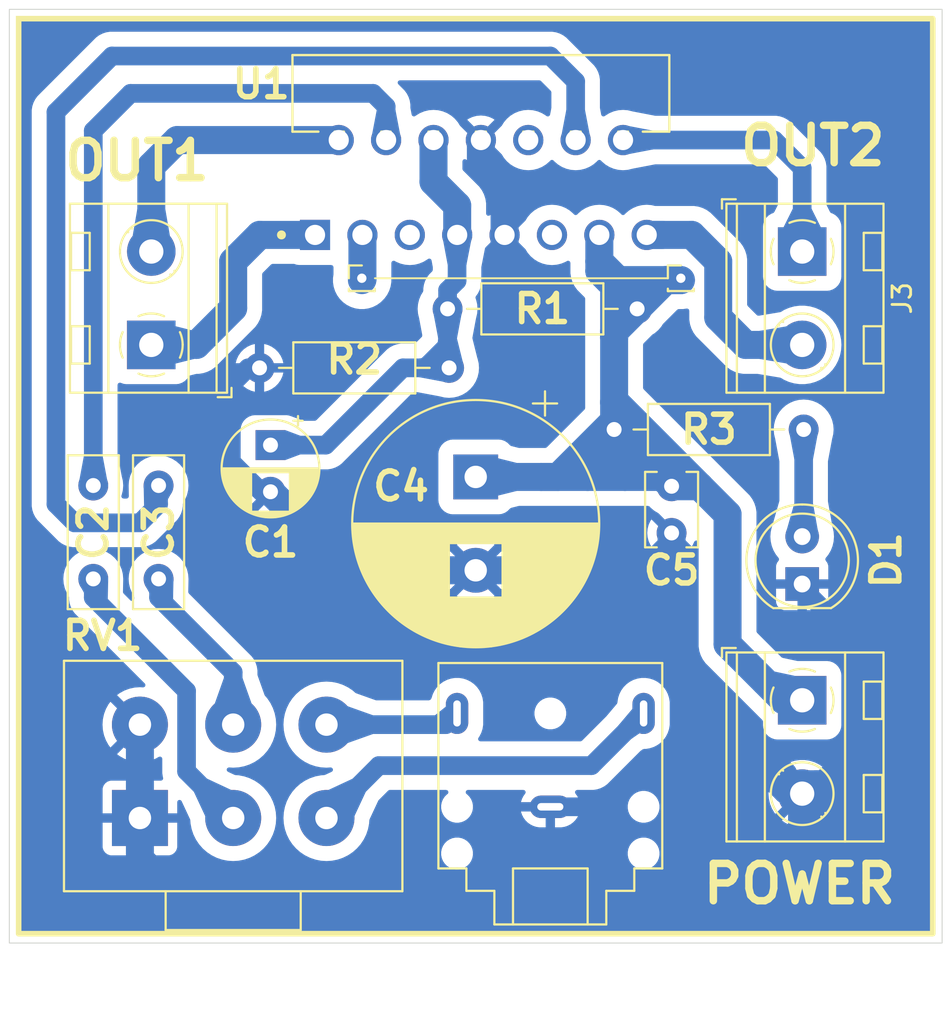
<source format=kicad_pcb>
(kicad_pcb (version 20240108) (generator "pcbnew") (generator_version "8.0")
  (title_block (title "TDA7279 Audio Amplifier") (date "2024-06-17") (rev "V.1.0.0") (company "Nepatronix Engineering Solutions, Nepal") (comment 1 "TDA7279 Audio Amplifier") (comment 2 "Designer: BIBEK KUMAR GANESH"))
  (layers (0 "F.Cu" signal) (31 "B.Cu" signal) (34 "B.Paste" user) (35 "F.Paste" user) (36 "B.SilkS" user "B.Silkscreen") (37 "F.SilkS" user "F.Silkscreen") (38 "B.Mask" user) (39 "F.Mask" user) (44 "Edge.Cuts" user))
  (net 0 "")
  (net 1 "GND")
  (net 2 "Net-(U1-MUTE)")
  (net 3 "Net-(U1-IN1)")
  (net 4 "/IN1")
  (net 5 "Net-(U1-IN2)")
  (net 6 "/IN2")
  (net 7 "+12V")
  (net 8 "Net-(D1-A)")
  (net 9 "Net-(J2-Pin_1)")
  (net 10 "Net-(J2-Pin_2)")
  (net 11 "Net-(J3-Pin_2)")
  (net 12 "Net-(J3-Pin_1)")
  (net 13 "/L")
  (net 14 "/R")
  (net 15 "Net-(J5-Pin_1)")
  (footprint "Resistor_THT:R_Axial_DIN0207_L6.3mm_D2.5mm_P10.16mm_Horizontal" (layer "F.Cu") (at 133.42 113.5)
    (property "Reference" "R3" (at 5.08 0 0) (layer "F.SilkS") (effects (font (size 1.5 1.5) (thickness 0.3))))
    (property "Value" "1K5")
    (pad "1" thru_hole circle (at 0 0) (size 1.6 1.6) (drill 0.8) (layers "*.Cu" "*.Mask") (net 7 "+12V"))
    (pad "2" thru_hole oval (at 10.16 0) (size 1.6 1.6) (drill 0.8) (layers "*.Cu" "*.Mask") (net 8 "Net-(D1-A)"))
  )
  (footprint "TerminalBlock_MetzConnect:TerminalBlock_MetzConnect_Type094_RT03502HBLU_1x02_P5.00mm_Horizontal" (layer "F.Cu") (at 143.5 128 -90)
    (property "Reference" "J1" (hide yes))
    (property "Value" "Screw_Terminal_01x02")
    (pad "1" thru_hole rect (at 0 0 270) (size 2.6 2.6) (drill 1.3) (layers "*.Cu" "*.Mask") (net 7 "+12V"))
    (pad "2" thru_hole circle (at 5 0 270) (size 2.6 2.6) (drill 1.3) (layers "*.Cu" "*.Mask") (net 1 "GND"))
  )
  (footprint "Resistor_THT:R_Axial_DIN0207_L6.3mm_D2.5mm_P10.16mm_Horizontal" (layer "F.Cu") (at 124.5725 110.2 180)
    (property "Reference" "R2" (at 5.08 0.46 180) (layer "F.SilkS") (effects (font (size 1.5 1.5) (thickness 0.3))))
    (property "Value" "47K")
    (pad "1" thru_hole circle (at 0 0 180) (size 1.6 1.6) (drill 0.8) (layers "*.Cu" "*.Mask") (net 2 "Net-(U1-MUTE)"))
    (pad "2" thru_hole oval (at 10.16 0 180) (size 1.6 1.6) (drill 0.8) (layers "*.Cu" "*.Mask") (net 1 "GND"))
  )
  (footprint "TDA7297:TO127P2020X500X2100-15" (layer "F.Cu") (at 117.3875 103.08)
    (property "Reference" "U1" (at -2.8875 -8.08 0) (layer "F.SilkS") (effects (font (size 1.5 1.5) (thickness 0.3))))
    (property "Value" "TDA7297")
    (pad "1" thru_hole rect (at 0 0) (size 1.62 1.62) (drill 1.08) (layers "*.Cu" "*.Mask") (net 9 "Net-(J2-Pin_1)"))
    (pad "2" thru_hole circle (at 1.27 -5.08) (size 1.62 1.62) (drill 1.08) (layers "*.Cu" "*.Mask") (net 10 "Net-(J2-Pin_2)"))
    (pad "3" thru_hole circle (at 2.54 0) (size 1.62 1.62) (drill 1.08) (layers "*.Cu" "*.Mask") (net 15 "Net-(J5-Pin_1)"))
    (pad "4" thru_hole circle (at 3.81 -5.08) (size 1.62 1.62) (drill 1.08) (layers "*.Cu" "*.Mask") (net 3 "Net-(U1-IN1)"))
    (pad "5" thru_hole circle (at 5.08 0) (size 1.62 1.62) (drill 1.08) (layers "*.Cu" "*.Mask"))
    (pad "6" thru_hole circle (at 6.35 -5.08) (size 1.62 1.62) (drill 1.08) (layers "*.Cu" "*.Mask") (net 2 "Net-(U1-MUTE)"))
    (pad "7" thru_hole circle (at 7.62 0) (size 1.62 1.62) (drill 1.08) (layers "*.Cu" "*.Mask") (net 2 "Net-(U1-MUTE)"))
    (pad "8" thru_hole circle (at 8.89 -5.08) (size 1.62 1.62) (drill 1.08) (layers "*.Cu" "*.Mask") (net 1 "GND"))
    (pad "9" thru_hole circle (at 10.16 0) (size 1.62 1.62) (drill 1.08) (layers "*.Cu" "*.Mask") (net 1 "GND"))
    (pad "10" thru_hole circle (at 11.43 -5.08) (size 1.62 1.62) (drill 1.08) (layers "*.Cu" "*.Mask"))
    (pad "11" thru_hole circle (at 12.7 0) (size 1.62 1.62) (drill 1.08) (layers "*.Cu" "*.Mask"))
    (pad "12" thru_hole circle (at 13.97 -5.08) (size 1.62 1.62) (drill 1.08) (layers "*.Cu" "*.Mask") (net 5 "Net-(U1-IN2)"))
    (pad "13" thru_hole circle (at 15.24 0) (size 1.62 1.62) (drill 1.08) (layers "*.Cu" "*.Mask") (net 7 "+12V"))
    (pad "14" thru_hole circle (at 16.51 -5.08) (size 1.62 1.62) (drill 1.08) (layers "*.Cu" "*.Mask") (net 12 "Net-(J3-Pin_1)"))
    (pad "15" thru_hole circle (at 17.78 0) (size 1.62 1.62) (drill 1.08) (layers "*.Cu" "*.Mask") (net 11 "Net-(J3-Pin_2)"))
  )
  (footprint "Potentiometer_THT:Potentiometer_Alps_RK163_Dual_Horizontal" (layer "F.Cu") (at 108 134.305 90)
    (property "Reference" "RV1" (at 9.765 -2 0) (layer "F.SilkS") (effects (font (size 1.5 1.5) (thickness 0.3))))
    (property "Value" "Potentiometer_Dual_Separate")
    (pad "1" thru_hole rect (at 0 0 270) (size 3 3) (drill 1.2) (layers "*.Cu" "*.Mask") (net 1 "GND"))
    (pad "2" thru_hole circle (at 0 5 270) (size 3 3) (drill 1.2) (layers "*.Cu" "*.Mask") (net 4 "/IN1"))
    (pad "3" thru_hole circle (at 0 10 270) (size 3 3) (drill 1.2) (layers "*.Cu" "*.Mask") (net 13 "/L"))
    (pad "4" thru_hole circle (at 5 0 270) (size 3 3) (drill 1.2) (layers "*.Cu" "*.Mask") (net 1 "GND"))
    (pad "5" thru_hole circle (at 5 5 270) (size 3 3) (drill 1.2) (layers "*.Cu" "*.Mask") (net 6 "/IN2"))
    (pad "6" thru_hole circle (at 5 10 270) (size 3 3) (drill 1.2) (layers "*.Cu" "*.Mask") (net 14 "/R"))
  )
  (footprint "Connector_PinHeader_1.00mm:PinHeader_1x01_P1.00mm_Vertical" (layer "F.Cu") (at 136.995 105.4)
    (property "Reference" "J6" (hide yes))
    (property "Value" "Conn_01x01" (hide yes))
    (pad "1" thru_hole rect (at 0 0) (size 0.85 0.85) (drill 0.5) (layers "*.Cu" "*.Mask") (net 7 "+12V"))
  )
  (footprint "Connector_PinHeader_1.00mm:PinHeader_1x01_P1.00mm_Vertical" (layer "F.Cu") (at 119.895 105.4)
    (property "Reference" "J5" (hide yes))
    (property "Value" "Conn_01x01" (hide yes))
    (pad "1" thru_hole rect (at 0 0) (size 0.85 0.85) (drill 0.5) (layers "*.Cu" "*.Mask") (net 15 "Net-(J5-Pin_1)"))
  )
  (footprint "LED_THT:LED_D5.0mm" (layer "F.Cu") (at 143.5 121.775 90)
    (property "Reference" "D1" (at 1.275 4.5 90) (layer "F.SilkS") (effects (font (size 1.5 1.5) (thickness 0.3))))
    (property "Value" "LED")
    (pad "1" thru_hole rect (at 0 0 90) (size 1.8 1.8) (drill 0.9) (layers "*.Cu" "*.Mask") (net 1 "GND"))
    (pad "2" thru_hole circle (at 2.54 0 90) (size 1.8 1.8) (drill 0.9) (layers "*.Cu" "*.Mask") (net 8 "Net-(D1-A)"))
  )
  (footprint "Capacitor_THT:C_Disc_D8.0mm_W2.5mm_P5.00mm" (layer "F.Cu") (at 105.5 121.5 90)
    (property "Reference" "C2" (at 2.5 0 -90) (layer "F.SilkS") (effects (font (size 1.5 1.5) (thickness 0.3))))
    (property "Value" "220nF")
    (pad "1" thru_hole circle (at 0 0 90) (size 1.6 1.6) (drill 0.8) (layers "*.Cu" "*.Mask") (net 4 "/IN1"))
    (pad "2" thru_hole circle (at 5 0 90) (size 1.6 1.6) (drill 0.8) (layers "*.Cu" "*.Mask") (net 3 "Net-(U1-IN1)"))
  )
  (footprint "Resistor_THT:R_Axial_DIN0207_L6.3mm_D2.5mm_P10.16mm_Horizontal" (layer "F.Cu") (at 134.6525 107.04 180)
    (property "Reference" "R1" (at 5.08 0 180) (layer "F.SilkS") (effects (font (size 1.5 1.5) (thickness 0.3))))
    (property "Value" "47K")
    (pad "1" thru_hole circle (at 0 0 180) (size 1.6 1.6) (drill 0.8) (layers "*.Cu" "*.Mask") (net 7 "+12V"))
    (pad "2" thru_hole oval (at 10.16 0 180) (size 1.6 1.6) (drill 0.8) (layers "*.Cu" "*.Mask") (net 2 "Net-(U1-MUTE)"))
  )
  (footprint "TerminalBlock_MetzConnect:TerminalBlock_MetzConnect_Type094_RT03502HBLU_1x02_P5.00mm_Horizontal" (layer "F.Cu") (at 108.61 108.97 90)
    (property "Reference" "J2" (hide yes))
    (property "Value" "Screw_Terminal_01x02")
    (pad "1" thru_hole rect (at 0 0 90) (size 2.6 2.6) (drill 1.3) (layers "*.Cu" "*.Mask") (net 9 "Net-(J2-Pin_1)"))
    (pad "2" thru_hole circle (at 5 0 90) (size 2.6 2.6) (drill 1.3) (layers "*.Cu" "*.Mask") (net 10 "Net-(J2-Pin_2)"))
  )
  (footprint "Capacitor_THT:CP_Radial_D13.0mm_P5.00mm" (layer "F.Cu") (at 126 116.04 -90)
    (property "Reference" "C4" (at 0.5 4 180) (layer "F.SilkS") (effects (font (size 1.5 1.5) (thickness 0.3))))
    (property "Value" "470uF")
    (pad "1" thru_hole rect (at 0 0 270) (size 2.4 2.4) (drill 1.2) (layers "*.Cu" "*.Mask") (net 7 "+12V"))
    (pad "2" thru_hole circle (at 5 0 270) (size 2.4 2.4) (drill 1.2) (layers "*.Cu" "*.Mask") (net 1 "GND"))
  )
  (footprint "Capacitor_THT:C_Disc_D3.8mm_W2.6mm_P2.50mm" (layer "F.Cu") (at 136.5 116.54 -90)
    (property "Reference" "C5" (at 4.5 0 180) (layer "F.SilkS") (effects (font (size 1.5 1.5) (thickness 0.3))))
    (property "Value" "100nF")
    (pad "1" thru_hole circle (at 0 0 270) (size 1.6 1.6) (drill 0.8) (layers "*.Cu" "*.Mask") (net 7 "+12V"))
    (pad "2" thru_hole circle (at 2.5 0 270) (size 1.6 1.6) (drill 0.8) (layers "*.Cu" "*.Mask") (net 1 "GND"))
  )
  (footprint "Connector_Audio:Jack_3.5mm_CUI_SJ1-3523N_Horizontal" (layer "F.Cu") (at 130 133.705)
    (property "Reference" "J4" (hide yes))
    (property "Value" "AudioJack3")
    (pad "" np_thru_hole circle (at -5 0) (size 1.2 1.2) (drill 1.2) (layers "F&B.Cu" "*.Mask"))
    (pad "" np_thru_hole circle (at -5 2.5) (size 1.2 1.2) (drill 1.2) (layers "F&B.Cu" "*.Mask"))
    (pad "" np_thru_hole circle (at 0 -5) (size 1.2 1.2) (drill 1.2) (layers "F&B.Cu" "*.Mask"))
    (pad "" np_thru_hole circle (at 5 0) (size 1.2 1.2) (drill 1.2) (layers "F&B.Cu" "*.Mask"))
    (pad "" np_thru_hole circle (at 5 2.5) (size 1.2 1.2) (drill 1.2) (layers "F&B.Cu" "*.Mask"))
    (pad "R" thru_hole oval (at -5 -5) (size 1.2 2.2) (drill oval 0.4 1.4) (layers "*.Cu" "*.Mask") (net 14 "/R"))
    (pad "S" thru_hole oval (at 0 0) (size 2.2 1.2) (drill oval 1.4 0.4) (layers "*.Cu" "*.Mask") (net 1 "GND"))
    (pad "T" thru_hole oval (at 5 -5 180) (size 1.2 2.2) (drill oval 0.4 1.4) (layers "*.Cu" "*.Mask") (net 13 "/L"))
  )
  (footprint "Capacitor_THT:CP_Radial_D5.0mm_P2.50mm" (layer "F.Cu") (at 115 114.334888 -90)
    (property "Reference" "C1" (at 5.205112 0 180) (layer "F.SilkS") (effects (font (size 1.5 1.5) (thickness 0.3))))
    (property "Value" "10uF")
    (pad "1" thru_hole rect (at 0 0 270) (size 1.6 1.6) (drill 0.8) (layers "*.Cu" "*.Mask") (net 2 "Net-(U1-MUTE)"))
    (pad "2" thru_hole circle (at 2.5 0 270) (size 1.6 1.6) (drill 0.8) (layers "*.Cu" "*.Mask") (net 1 "GND"))
  )
  (footprint "Capacitor_THT:C_Disc_D8.0mm_W2.5mm_P5.00mm" (layer "F.Cu") (at 109 121.5 90)
    (property "Reference" "C3" (at 2.5 0 -90) (layer "F.SilkS") (effects (font (size 1.5 1.5) (thickness 0.3))))
    (property "Value" "220nF")
    (pad "1" thru_hole circle (at 0 0 90) (size 1.6 1.6) (drill 0.8) (layers "*.Cu" "*.Mask") (net 6 "/IN2"))
    (pad "2" thru_hole circle (at 5 0 90) (size 1.6 1.6) (drill 0.8) (layers "*.Cu" "*.Mask") (net 5 "Net-(U1-IN2)"))
  )
  (footprint "TerminalBlock_MetzConnect:TerminalBlock_MetzConnect_Type094_RT03502HBLU_1x02_P5.00mm_Horizontal" (layer "F.Cu") (at 143.5 103.97 -90)
    (property "Reference" "J3" (at 2.5 -5.36 90) (layer "F.SilkS"))
    (property "Value" "Screw_Terminal_01x02")
    (pad "1" thru_hole rect (at 0 0 270) (size 2.6 2.6) (drill 1.3) (layers "*.Cu" "*.Mask") (net 12 "Net-(J3-Pin_1)"))
    (pad "2" thru_hole circle (at 5 0 270) (size 2.6 2.6) (drill 1.3) (layers "*.Cu" "*.Mask") (net 11 "Net-(J3-Pin_2)"))
  )
  (gr_rect (start 101.5 91.5) (end 150.5 140.5) (stroke (width 0.3)) (fill none) (layer "F.SilkS"))
  (gr_line (start 120.595 105.4) (end 136.3 105.4) (stroke (width 0.1)) (layer "F.SilkS"))
  (gr_rect (start 101 91) (end 151 141) (stroke (width 0.05)) (fill none) (layer "Edge.Cuts"))
  (gr_text "OUT2\n\n" (at 140 102.695028 0) (layer "F.SilkS") (effects (font (size 2 2) (thickness 0.4) (bold yes)) (justify left bottom)))
  (gr_text "POWER\n" (at 138 139 0) (layer "F.SilkS") (effects (font (size 2 2) (thickness 0.4) (bold yes)) (justify left bottom)))
  (gr_text "OUT1\n" (at 103.775 100.280112 0) (layer "F.SilkS") (effects (font (size 2 2) (thickness 0.4) (bold yes)) (justify left bottom)))
  (segment (start 145.25 133.75) (end 145.25 133.25) (width 1) (layer "B.Cu") (net 1))
  (segment (start 126.04 113) (end 123.54 113) (width 1.5) (layer "B.Cu") (net 1))
  (segment (start 145.5 133) (end 145.25 132.75) (width 1) (layer "B.Cu") (net 1))
  (segment (start 146.5 125) (end 146.5 131) (width 1) (layer "B.Cu") (net 1))
  (segment (start 108 136.5) (end 110.955 139.455) (width 1.5) (layer "B.Cu") (net 1))
  (segment (start 139 132) (end 140 132) (width 1) (layer "B.Cu") (net 1))
  (segment (start 140 132) (end 140.5 132) (width 1) (layer "B.Cu") (net 1))
  (segment (start 140.045 139.455) (end 143 136.5) (width 1.5) (layer "B.Cu") (net 1))
  (segment (start 136.5 126) (end 139.75 129.25) (width 1.5) (layer "B.Cu") (net 1))
  (segment (start 145.75 133.75) (end 145.25 133.25) (width 1) (layer "B.Cu") (net 1))
  (segment (start 135.5 121) (end 136.5 120) (width 1.5) (layer "B.Cu") (net 1))
  (segment (start 124 121.04) (end 126 121.04) (width 1.5) (layer "B.Cu") (net 1))
  (segment (start 145.25 132.25) (end 146.5 131) (width 1) (layer "B.Cu") (net 1))
  (segment (start 122 118.04) (end 122 120.54) (width 1.5) (layer "B.Cu") (net 1))
  (segment (start 143.5 136) (end 143.5 134.5) (width 1.5) (layer "B.Cu") (net 1))
  (segment (start 146.5 133) (end 146.5 134) (width 1) (layer "B.Cu") (net 1))
  (segment (start 126.2775 98) (end 126.2775 99.2775) (width 1.5) (layer "B.Cu") (net 1))
  (segment (start 145.25 133.25) (end 145 133) (width 1) (layer "B.Cu") (net 1))
  (segment (start 140.5 131) (end 140.5 130) (width 1) (layer "B.Cu") (net 1))
  (segment (start 135.5 121.04) (end 135.54 121.04) (width 1.5) (layer "B.Cu") (net 1))
  (segment (start 110.955 139.455) (end 140.045 139.455) (width 1.5) (layer "B.Cu") (net 1))
  (segment (start 119.205112 121.04) (end 124 121.04) (width 1.5) (layer "B.Cu") (net 1))
  (segment (start 113.8 110.2) (end 112.5 111.5) (width 1) (layer "B.Cu") (net 1))
  (segment (start 143.5 133) (end 144.25 132.25) (width 1) (layer "B.Cu") (net 1))
  (segment (start 122 120.54) (end 122 121.04) (width 1.5) (layer "B.Cu") (net 1))
  (segment (start 108 134.305) (end 108 136.5) (width 1.5) (layer "B.Cu") (net 1))
  (segment (start 135.5 121.04) (end 135.5 121) (width 1.5) (layer "B.Cu") (net 1))
  (segment (start 127.5475 100.5475) (end 127.5475 103.08) (width 1.5) (layer "B.Cu") (net 1))
  (segment (start 142.75 132.25) (end 142.5 132) (width 1) (layer "B.Cu") (net 1))
  (segment (start 144.75 134.25) (end 144.5 134.5) (width 1) (layer "B.Cu") (net 1))
  (segment (start 133.090812 133.705) (end 134.795812 132) (width 1) (layer "B.Cu") (net 1))
  (segment (start 143.5 134.5) (end 143.5 133) (width 1.5) (layer "B.Cu") (net 1))
  (segment (start 122 119.04) (end 124 121.04) (width 1.5) (layer "B.Cu") (net 1))
  (segment (start 141.5 132) (end 142.5 133) (width 1) (layer "B.Cu") (net 1))
  (segment (start 145 132.25) (end 145.25 132.25) (width 1) (layer "B.Cu") (net 1))
  (segment (start 146.5 134) (end 141.045 139.455) (width 1) (layer "B.Cu") (net 1))
  (segment (start 122 114.54) (end 122 118.04) (width 1.5) (layer "B.Cu") (net 1))
  (segment (start 121.25 119.79) (end 122 120.54) (width 1.5) (layer "B.Cu") (net 1))
  (segment (start 119.602556 120.437444) (end 118.602556 120.437444) (width 1.5) (layer "B.Cu") (net 1))
  (segment (start 144.25 133.75) (end 143.5 133) (width 1) (layer "B.Cu") (net 1))
  (segment (start 144.75 134.25) (end 145.25 133.75) (width 1) (layer "B.Cu") (net 1))
  (segment (start 136.5 121.04) (end 136.5 122) (width 1.5) (layer "B.Cu") (net 1))
  (segment (start 136.5 122) (end 136.5 125.54) (width 1.5) (layer "B.Cu") (net 1))
  (segment (start 135.54 121.04) (end 136.5 122) (width 1.5) (layer "B.Cu") (net 1))
  (segment (start 139.75 129.25) (end 140.5 130) (width 1.5) (layer "B.Cu") (net 1))
  (segment (start 145 134.5) (end 144.75 134.25) (width 1) (layer "B.Cu") (net 1))
  (segment (start 145.75 132.25) (end 145.25 132.75) (width 1) (layer "B.Cu") (net 1))
  (segment (start 144.75 134.25) (end 143.5 133) (width 1) (layer "B.Cu") (net 1))
  (segment (start 140.5 131) (end 140.5 131.5) (width 1) (layer "B.Cu") (net 1))
  (segment (start 122 118.04) (end 122 119.04) (width 1.5) (layer "B.Cu") (net 1))
  (segment (start 135.5 121.04) (end 136.5 121.04) (width 1.5) (layer "B.Cu") (net 1))
  (segment (start 140.5 132) (end 141.5 132) (width 1) (layer "B.Cu") (net 1))
  (segment (start 127.5475 111.4925) (end 126.04 113) (width 1.5) (layer "B.Cu") (net 1))
  (segment (start 122 118.04) (end 120.25 119.79) (width 1.5) (layer "B.Cu") (net 1))
  (segment (start 108 134.765) (end 108 129.765) (width 1.5) (layer "B.Cu") (net 1))
  (segment (start 143.5 122) (end 146.5 125) (width 1) (layer "B.Cu") (net 1))
  (segment (start 146.5 131.5) (end 145.75 132.25) (width 1) (layer "B.Cu") (net 1))
  (segment (start 114.4125 110.2) (end 113.8 110.2) (width 1) (layer "B.Cu") (net 1))
  (segment (start 136.5 121.04) (end 136.5 120) (width 1.5) (layer "B.Cu") (net 1))
  (segment (start 145 133) (end 143.5 133) (width 1) (layer "B.Cu") (net 1))
  (segment (start 143.5 121.775) (end 143.5 122) (width 1) (layer "B.Cu") (net 1))
  (segment (start 146.5 133) (end 145.75 133.75) (width 1) (layer "B.Cu") (net 1))
  (segment (start 146.5 131.5) (end 146.5 133) (width 1) (layer "B.Cu") (net 1))
  (segment (start 143.5 136) (end 143.5 133) (width 1.5) (layer "B.Cu") (net 1))
  (segment (start 140.5 131) (end 141.5 132) (width 1) (layer "B.Cu") (net 1))
  (segment (start 140 132) (end 140.5 131.5) (width 1) (layer "B.Cu") (net 1))
  (segment (start 126.2775 99.2775) (end 127.5475 100.5475) (width 1.5) (layer "B.Cu") (net 1))
  (segment (start 146.5 133) (end 145.5 133) (width 1) (layer "B.Cu") (net 1))
  (segment (start 145 134.5) (end 143.5 136) (width 1) (layer "B.Cu") (net 1))
  (segment (start 145 132.25) (end 145.75 132.25) (width 1) (layer "B.Cu") (net 1))
  (segment (start 134.795812 132) (end 139 132) (width 1) (layer "B.Cu") (net 1))
  (segment (start 136.5 120) (end 136.5 119.04) (width 1.5) (layer "B.Cu") (net 1))
  (segment (start 142.5 132) (end 143.5 133) (width 1) (layer "B.Cu") (net 1))
  (segment (start 140.5 131.5) (end 140.5 132) (width 1) (layer "B.Cu") (net 1))
  (segment (start 144.25 132.25) (end 145 132.25) (width 1) (layer "B.Cu") (net 1))
  (segment (start 142.5 133) (end 143.5 133) (width 1) (layer "B.Cu") (net 1))
  (segment (start 143 136.5) (end 143.5 136) (width 1.5) (layer "B.Cu") (net 1))
  (segment (start 112.5 114.834888) (end 114.5 116.834888) (width 1) (layer "B.Cu") (net 1))
  (segment (start 126 121.04) (end 135.5 121.04) (width 1.5) (layer "B.Cu") (net 1))
  (segment (start 118.602556 120.437444) (end 119.205112 121.04) (width 1.5) (layer "B.Cu") (net 1))
  (segment (start 141.045 139.455) (end 140.045 139.455) (width 1) (layer "B.Cu") (net 1))
  (segment (start 145.25 133.75) (end 144.25 133.75) (width 1) (layer "B.Cu") (net 1))
  (segment (start 130 133.705) (end 133.090812 133.705) (width 1) (layer "B.Cu") (net 1))
  (segment (start 144.5 134.5) (end 143.5 134.5) (width 1) (layer "B.Cu") (net 1))
  (segment (start 127.5475 103.08) (end 127.5475 111.4925) (width 1.5) (layer "B.Cu") (net 1))
  (segment (start 120.25 119.79) (end 119.602556 120.437444) (width 1.5) (layer "B.Cu") (net 1))
  (segment (start 146.5 131) (end 146.5 131.5) (width 1) (layer "B.Cu") (net 1))
  (segment (start 145 132.25) (end 142.75 132.25) (width 1) (layer "B.Cu") (net 1))
  (segment (start 141.5 132) (end 142.5 132) (width 1) (layer "B.Cu") (net 1))
  (segment (start 112.5 111.5) (end 112.5 114.834888) (width 1) (layer "B.Cu") (net 1))
  (segment (start 145.75 133.75) (end 145 134.5) (width 1) (layer "B.Cu") (net 1))
  (segment (start 120.25 119.79) (end 121.25 119.79) (width 1.5) (layer "B.Cu") (net 1))
  (segment (start 123.54 113) (end 122 114.54) (width 1.5) (layer "B.Cu") (net 1))
  (segment (start 143.5 136) (end 146.5 133) (width 1) (layer "B.Cu") (net 1))
  (segment (start 115 116.834888) (end 118.602556 120.437444) (width 1.5) (layer "B.Cu") (net 1))
  (segment (start 145.25 132.75) (end 145 133) (width 1) (layer "B.Cu") (net 1))
  (segment (start 140.5 130) (end 142.5 132) (width 1.5) (layer "B.Cu") (net 1))
  (segment (start 125 105.54) (end 124.4925 106.0475) (width 1) (layer "B.Cu") (net 2))
  (segment (start 124.4925 107.04) (end 124.4925 109) (width 1) (layer "B.Cu") (net 2))
  (segment (start 125 103.0875) (end 125 105.54) (width 1) (layer "B.Cu") (net 2))
  (segment (start 123.5 110.2) (end 122.1 110.2) (width 1) (layer "B.Cu") (net 2))
  (segment (start 124.4925 110.12) (end 124.5725 110.2) (width 1) (layer "B.Cu") (net 2))
  (segment (start 124.5725 110.2) (end 123.5 110.2) (width 1) (layer "B.Cu") (net 2))
  (segment (start 123.5 109.9925) (end 124.4925 109) (width 1) (layer "B.Cu") (net 2))
  (segment (start 124.4925 107.04) (end 124.4925 108.54) (width 1) (layer "B.Cu") (net 2))
  (segment (start 124.4925 106.0475) (end 124.4925 108.54) (width 1) (layer "B.Cu") (net 2))
  (segment (start 125.0075 101.5075) (end 125.0075 103.08) (width 1.5) (layer "B.Cu") (net 2))
  (segment (start 122.1 110.2) (end 117.965112 114.334888) (width 1) (layer "B.Cu") (net 2))
  (segment (start 123.7375 98) (end 123.7375 100.2375) (width 1.5) (layer "B.Cu") (net 2))
  (segment (start 123.7375 100.2375) (end 125.0075 101.5075) (width 1.5) (layer "B.Cu") (net 2))
  (segment (start 125 103.0875) (end 125.0075 103.08) (width 1) (layer "B.Cu") (net 2))
  (segment (start 117.965112 114.334888) (end 115 114.334888) (width 1) (layer "B.Cu") (net 2))
  (segment (start 123.5 110.2) (end 123.5 109.9925) (width 1) (layer "B.Cu") (net 2))
  (segment (start 124.4925 109) (end 124.4925 110.12) (width 1) (layer "B.Cu") (net 2))
  (segment (start 121.1975 96.1975) (end 120.5 95.5) (width 1) (layer "B.Cu") (net 3))
  (segment (start 105.5 97.5) (end 105.5 116.5) (width 1) (layer "B.Cu") (net 3))
  (segment (start 120.5 95.5) (end 107.5 95.5) (width 1) (layer "B.Cu") (net 3))
  (segment (start 107.5 95.5) (end 105.5 97.5) (width 1) (layer "B.Cu") (net 3))
  (segment (start 121.1975 98) (end 121.1975 96.1975) (width 1) (layer "B.Cu") (net 3))
  (segment (start 105.5 122.5) (end 105.5 121.5) (width 1) (layer "B.Cu") (net 4))
  (segment (start 110.5 127.5) (end 105.5 122.5) (width 1) (layer "B.Cu") (net 4))
  (segment (start 110.5 131.805) (end 110.5 127.5) (width 1) (layer "B.Cu") (net 4))
  (segment (start 113 134.305) (end 110.5 131.805) (width 1) (layer "B.Cu") (net 4))
  (segment (start 104.5 118.5) (end 108 118.5) (width 1) (layer "B.Cu") (net 5))
  (segment (start 108 118.5) (end 109 117.5) (width 1) (layer "B.Cu") (net 5))
  (segment (start 109 117.5) (end 109 116.5) (width 1) (layer "B.Cu") (net 5))
  (segment (start 103.5 96.5) (end 103.5 117.5) (width 1) (layer "B.Cu") (net 5))
  (segment (start 131.3575 94.8575) (end 130 93.5) (width 1) (layer "B.Cu") (net 5))
  (segment (start 130 93.5) (end 106.5 93.5) (width 1) (layer "B.Cu") (net 5))
  (segment (start 106.5 93.5) (end 103.5 96.5) (width 1) (layer "B.Cu") (net 5))
  (segment (start 103.5 117.5) (end 104.5 118.5) (width 1) (layer "B.Cu") (net 5))
  (segment (start 131.3575 98) (end 131.3575 94.8575) (width 1) (layer "B.Cu") (net 5))
  (segment (start 109 121.5) (end 109 122.5) (width 1) (layer "B.Cu") (net 6))
  (segment (start 113 126.5) (end 113 129.305) (width 1) (layer "B.Cu") (net 6))
  (segment (start 109 122.5) (end 113 126.5) (width 1) (layer "B.Cu") (net 6))
  (segment (start 133.42 113.04) (end 133.42 112.04) (width 1.5) (layer "B.Cu") (net 7))
  (segment (start 133.42 113.04) (end 133.42 114.62) (width 1.5) (layer "B.Cu") (net 7))
  (segment (start 129.5 116.04) (end 132 116.04) (width 1.5) (layer "B.Cu") (net 7))
  (segment (start 139.5 125) (end 142.5 128) (width 1.5) (layer "B.Cu") (net 7))
  (segment (start 133.42 105.8075) (end 133.42 108.54) (width 1.5) (layer "B.Cu") (net 7))
  (segment (start 138 116.54) (end 139.5 118.04) (width 1.5) (layer "B.Cu") (net 7))
  (segment (start 134 115.2) (end 133.42 114.62) (width 1.5) (layer "B.Cu") (net 7))
  (segment (start 133.42 114.62) (end 132 116.04) (width 1.5) (layer "B.Cu") (net 7))
  (segment (start 133.42 113.04) (end 133.42 113.46) (width 1.5) (layer "B.Cu") (net 7))
  (segment (start 134 116.04) (end 134 115.2) (width 1.5) (layer "B.Cu") (net 7))
  (segment (start 136.5 116.54) (end 138 116.54) (width 1.5) (layer "B.Cu") (net 7))
  (segment (start 133.7125 106.1) (end 133.42 105.8075) (width 1.5) (layer "B.Cu") (net 7))
  (segment (start 134.6525 107.04) (end 133.42 105.8075) (width 1.5) (layer "B.Cu") (net 7))
  (segment (start 137 105.5) (end 133.6 105.5) (width 1.5) (layer "B.Cu") (net 7))
  (segment (start 138 116.54) (end 133.5 112.04) (width 1.5) (layer "B.Cu") (net 7))
  (segment (start 133.6 105.4725) (end 132.6275 104.5) (width 1.5) (layer "B.Cu") (net 7))
  (segment (start 132.6275 105.015) (end 132.6275 104.5) (width 1.5) (layer "B.Cu") (net 7))
  (segment (start 133.42 105.8075) (end 132.6275 105.015) (width 1.5) (layer "B.Cu") (net 7))
  (segment (start 133.42 112.04) (end 133.42 108.54) (width 1.5) (layer "B.Cu") (net 7))
  (segment (start 133.6 105.5) (end 133.1125 105.5) (width 1.5) (layer "B.Cu") (net 7))
  (segment (start 139.5 118.04) (end 139.5 125) (width 1.5) (layer "B.Cu") (net 7))
  (segment (start 142.5 128) (end 143.5 128) (width 1.5) (layer "B.Cu") (net 7))
  (segment (start 137 105.5) (end 136.1925 105.5) (width 1.5) (layer "B.Cu") (net 7))
  (segment (start 133.5 112.04) (end 133.42 112.04) (width 1.5) (layer "B.Cu") (net 7))
  (segment (start 134 116.04) (end 136 116.04) (width 1.5) (layer "B.Cu") (net 7))
  (segment (start 134.6525 107.04) (end 133.42 108.2725) (width 1.5) (layer "B.Cu") (net 7))
  (segment (start 133.1125 105.5) (end 132.6275 105.015) (width 1.5) (layer "B.Cu") (net 7))
  (segment (start 132 116.04) (end 134 116.04) (width 1.5) (layer "B.Cu") (net 7))
  (segment (start 133.42 113.46) (end 136 116.04) (width 1.5) (layer "B.Cu") (net 7))
  (segment (start 126 116.04) (end 129.5 116.04) (width 1.5) (layer "B.Cu") (net 7))
  (segment (start 130.42 116.04) (end 129.5 116.04) (width 1.5) (layer "B.Cu") (net 7))
  (segment (start 133.42 108.2725) (end 133.42 108.54) (width 1.5) (layer "B.Cu") (net 7))
  (segment (start 133.42 113.04) (end 130.42 116.04) (width 1.5) (layer "B.Cu") (net 7))
  (segment (start 133.6 105.5) (end 133.6 105.4725) (width 1.5) (layer "B.Cu") (net 7))
  (segment (start 136.1925 105.5) (end 134.6525 107.04) (width 1.5) (layer "B.Cu") (net 7))
  (segment (start 136 116.04) (end 136.5 116.54) (width 1.5) (layer "B.Cu") (net 7))
  (segment (start 132.6275 104.5) (end 132.6275 103.08) (width 1.5) (layer "B.Cu") (net 7))
  (segment (start 143.58 119.155) (end 143.5 119.235) (width 1) (layer "B.Cu") (net 8))
  (segment (start 143.58 113.5) (end 143.58 119.155) (width 1) (layer "B.Cu") (net 8))
  (segment (start 114.42 103.08) (end 113 104.5) (width 1.5) (layer "B.Cu") (net 9))
  (segment (start 113 104.5) (end 113 107) (width 1.5) (layer "B.Cu") (net 9))
  (segment (start 111.03 108.97) (end 108.61 108.97) (width 1.5) (layer "B.Cu") (net 9))
  (segment (start 117.3875 103.08) (end 114.42 103.08) (width 1.5) (layer "B.Cu") (net 9))
  (segment (start 113 107) (end 111.03 108.97) (width 1.5) (layer "B.Cu") (net 9))
  (segment (start 118.6575 98) (end 110 98) (width 1.5) (layer "B.Cu") (net 10))
  (segment (start 108.61 99.39) (end 108.61 103.97) (width 1.5) (layer "B.Cu") (net 10))
  (segment (start 110 98) (end 108.61 99.39) (width 1.5) (layer "B.Cu") (net 10))
  (segment (start 135.1675 103.08) (end 136 103.08) (width 1.5) (layer "B.Cu") (net 11))
  (segment (start 137.58 103.08) (end 135.1675 103.08) (width 1.5) (layer "B.Cu") (net 11))
  (segment (start 140.47 108.97) (end 139 107.5) (width 1.5) (layer "B.Cu") (net 11))
  (segment (start 143.5 108.97) (end 140.47 108.97) (width 1.5) (layer "B.Cu") (net 11))
  (segment (start 139 107.5) (end 139 104.5) (width 1.5) (layer "B.Cu") (net 11))
  (segment (start 139 104.5) (end 137.58 103.08) (width 1.5) (layer "B.Cu") (net 11))
  (segment (start 142 98) (end 143.5 99.5) (width 1) (layer "B.Cu") (net 12))
  (segment (start 133.8975 98) (end 142 98) (width 1) (layer "B.Cu") (net 12))
  (segment (start 143.5 99.5) (end 143.5 103.97) (width 1) (layer "B.Cu") (net 12))
  (segment (start 120.805 131.5) (end 132.205 131.5) (width 1) (layer "B.Cu") (net 13))
  (segment (start 118 134.305) (end 120.805 131.5) (width 1) (layer "B.Cu") (net 13))
  (segment (start 132.205 131.5) (end 135 128.705) (width 1) (layer "B.Cu") (net 13))
  (segment (start 124.4 129.305) (end 118 129.305) (width 1) (layer "B.Cu") (net 14))
  (segment (start 125 128.705) (end 124.4 129.305) (width 1) (layer "B.Cu") (net 14))
  (segment (start 119.9275 103.08) (end 119.9275 105.4725) (width 1.5) (layer "B.Cu") (net 15))
  (segment (start 119.9275 105.4725) (end 119.9 105.5) (width 1.5) (layer "B.Cu") (net 15))
  (zone (net 1) (net_name "GND") (layer "B.Cu") (connect_pads (clearance 0.8)) (min_thickness 0.25) (fill yes (thermal_gap 0.5) (thermal_bridge_width 0.5))
    (polygon (pts (xy 100.5 90.5) (xy 151.5 90.5) (xy 151.5 141.5) (xy 101 141)))
  )
)
</source>
